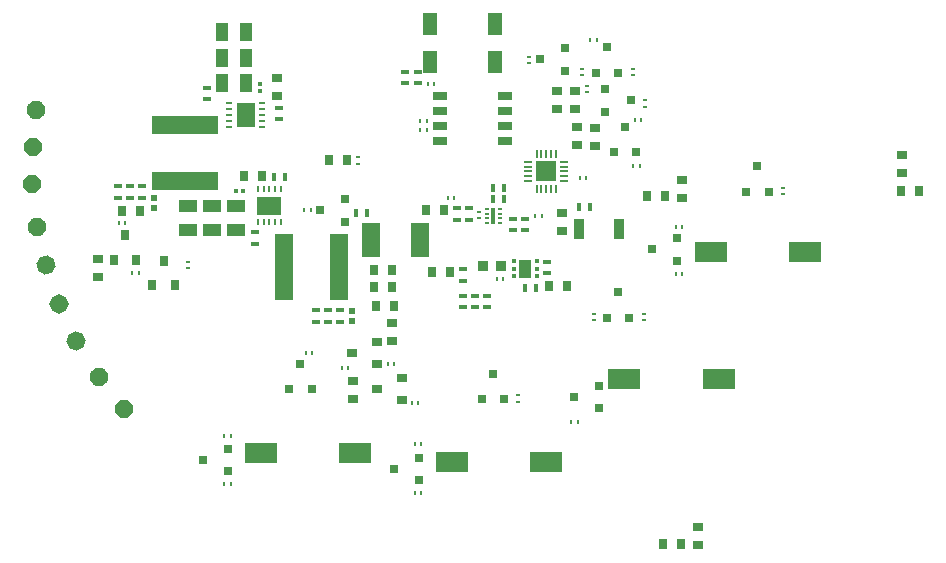
<source format=gbp>
G04*
G04 #@! TF.GenerationSoftware,Altium Limited,Altium Designer,18.1.7 (191)*
G04*
G04 Layer_Color=128*
%FSLAX25Y25*%
%MOIN*%
G70*
G01*
G75*
%ADD24R,0.01800X0.02500*%
%ADD28R,0.03000X0.03500*%
%ADD136R,0.02500X0.01800*%
%ADD447R,0.03500X0.03000*%
%ADD448R,0.08465X0.06299*%
%ADD449R,0.00945X0.02362*%
%ADD450R,0.03150X0.03543*%
%ADD451R,0.03543X0.03150*%
%ADD452R,0.01063X0.01457*%
%ADD453R,0.01457X0.01063*%
%ADD454R,0.11024X0.07087*%
%ADD455R,0.07087X0.07087*%
%ADD456R,0.00787X0.03150*%
%ADD457R,0.03150X0.00787*%
%ADD458P,0.06494X8X217.5*%
%ADD459R,0.03150X0.03150*%
%ADD460R,0.03150X0.03150*%
%ADD461R,0.00984X0.01181*%
%ADD462R,0.01181X0.00984*%
%ADD463R,0.03228X0.06772*%
%ADD464R,0.03543X0.03819*%
%ADD465R,0.02598X0.01614*%
%ADD466R,0.05906X0.11811*%
%ADD467R,0.01732X0.05669*%
%ADD468R,0.01457X0.01102*%
%ADD469R,0.04724X0.03150*%
%ADD470R,0.05118X0.07480*%
%ADD471R,0.22441X0.06299*%
%ADD472R,0.02362X0.01968*%
%ADD473R,0.06299X0.22441*%
%ADD474R,0.02362X0.00945*%
%ADD475R,0.06299X0.08465*%
%ADD476R,0.01181X0.01181*%
%ADD477R,0.06000X0.04000*%
%ADD478R,0.04000X0.06000*%
%ADD479P,0.06494X8X192.5*%
%ADD480P,0.06494X8X244.5*%
%ADD481P,0.06494X8X212.5*%
%ADD482P,0.06494X8X204.5*%
%ADD483P,0.06494X8X224.5*%
%ADD484P,0.06494X8X231.5*%
%ADD485P,0.06494X8X237.5*%
%ADD486P,0.06494X8X202.5*%
%ADD487R,0.01181X0.01181*%
%ADD488R,0.01772X0.01181*%
%ADD489R,0.03937X0.06299*%
D24*
X-41250Y-3410D02*
D03*
X-37550D02*
D03*
X46150Y-40261D02*
D03*
X42450D02*
D03*
X60350Y-13161D02*
D03*
X64050D02*
D03*
X35423Y-10661D02*
D03*
X31723D02*
D03*
Y-6861D02*
D03*
X35423D02*
D03*
X-14100Y-15461D02*
D03*
X-10400D02*
D03*
D28*
X-45400Y-2910D02*
D03*
X-51400D02*
D03*
X-86100Y-14511D02*
D03*
X-92100D02*
D03*
X88400Y-125761D02*
D03*
X94400D02*
D03*
X88900Y-9761D02*
D03*
X82900D02*
D03*
X173700Y-7961D02*
D03*
X167700D02*
D03*
X50300Y-39661D02*
D03*
X56300D02*
D03*
X11400Y-34873D02*
D03*
X17400D02*
D03*
X9200Y-14261D02*
D03*
X15200D02*
D03*
X-1300Y-46400D02*
D03*
X-7300D02*
D03*
X-8000Y-40061D02*
D03*
X-2000D02*
D03*
X-8000Y-34261D02*
D03*
X-2000D02*
D03*
X-17100Y2339D02*
D03*
X-23100D02*
D03*
D136*
X-19367Y-51511D02*
D03*
Y-47811D02*
D03*
X42500Y-17361D02*
D03*
Y-21061D02*
D03*
X25800Y-46811D02*
D03*
Y-43111D02*
D03*
X29800Y-46811D02*
D03*
Y-43111D02*
D03*
X-23333Y-47811D02*
D03*
Y-51511D02*
D03*
X49800Y-35311D02*
D03*
Y-31611D02*
D03*
X6511Y27907D02*
D03*
Y31607D02*
D03*
X23600Y-17511D02*
D03*
Y-13811D02*
D03*
X-93400Y-6461D02*
D03*
Y-10161D02*
D03*
X-89400Y-6461D02*
D03*
Y-10161D02*
D03*
X-27300Y-51511D02*
D03*
Y-47811D02*
D03*
X-47800Y-21811D02*
D03*
Y-25511D02*
D03*
X-63750Y22590D02*
D03*
Y26290D02*
D03*
X-39750Y15889D02*
D03*
Y19589D02*
D03*
X38500Y-21061D02*
D03*
Y-17361D02*
D03*
X2322Y31607D02*
D03*
Y27907D02*
D03*
X19600Y-13811D02*
D03*
Y-17511D02*
D03*
X21800Y-43111D02*
D03*
Y-46811D02*
D03*
X-85400Y-10161D02*
D03*
Y-6461D02*
D03*
D447*
X65700Y13139D02*
D03*
Y7139D02*
D03*
X-14900Y-71200D02*
D03*
Y-77200D02*
D03*
X100000Y-125961D02*
D03*
Y-119961D02*
D03*
X94600Y-10161D02*
D03*
Y-4161D02*
D03*
X167900Y4039D02*
D03*
Y-1961D02*
D03*
X58900Y19489D02*
D03*
Y25489D02*
D03*
X53100Y19489D02*
D03*
Y25489D02*
D03*
X59600Y7239D02*
D03*
Y13239D02*
D03*
X54700Y-15211D02*
D03*
Y-21211D02*
D03*
X-100100Y-36700D02*
D03*
Y-30700D02*
D03*
X-2000Y-52061D02*
D03*
Y-58061D02*
D03*
X-40250Y29840D02*
D03*
Y23840D02*
D03*
D448*
X-42837Y-12922D02*
D03*
D449*
X-38900Y-7410D02*
D03*
X-40868D02*
D03*
X-42837D02*
D03*
X-44805D02*
D03*
X-38900Y-18434D02*
D03*
X-46774Y-7410D02*
D03*
Y-18434D02*
D03*
X-44805D02*
D03*
X-42837D02*
D03*
X-40868D02*
D03*
D450*
X-74360Y-39434D02*
D03*
X-81840D02*
D03*
X-78100Y-31166D02*
D03*
X-87160Y-31034D02*
D03*
X-94640D02*
D03*
X-90900Y-22766D02*
D03*
D451*
X1334Y-70253D02*
D03*
Y-77733D02*
D03*
X-6934Y-73993D02*
D03*
X-7013Y-58160D02*
D03*
Y-65640D02*
D03*
X-15280Y-61900D02*
D03*
D452*
X-16535Y-66900D02*
D03*
X-18700D02*
D03*
X-90917Y-18700D02*
D03*
X-93083D02*
D03*
X-3483Y-65600D02*
D03*
X-1317D02*
D03*
X-88565Y-35200D02*
D03*
X-86400D02*
D03*
X6757Y-78793D02*
D03*
X4592D02*
D03*
X-55760Y-105761D02*
D03*
X-57926D02*
D03*
X-55760Y-89561D02*
D03*
X-57926D02*
D03*
X7840Y-108661D02*
D03*
X5674D02*
D03*
X5674Y-92161D02*
D03*
X7840D02*
D03*
X64117Y42339D02*
D03*
X66283D02*
D03*
X81065Y15639D02*
D03*
X78900D02*
D03*
X80600Y239D02*
D03*
X78435D02*
D03*
X60517Y-3761D02*
D03*
X62683D02*
D03*
X92617Y-19861D02*
D03*
X94783D02*
D03*
X94783Y-35561D02*
D03*
X92617D02*
D03*
X35050Y-37228D02*
D03*
X32885D02*
D03*
X9564Y12289D02*
D03*
X7399D02*
D03*
X9564Y15289D02*
D03*
X7399D02*
D03*
X-31183Y-14161D02*
D03*
X-29017D02*
D03*
D453*
X-70100Y-31617D02*
D03*
Y-33783D02*
D03*
X43800Y36839D02*
D03*
Y34674D02*
D03*
X61400Y32745D02*
D03*
Y30579D02*
D03*
X78500Y32745D02*
D03*
Y30579D02*
D03*
X82500Y20056D02*
D03*
Y22222D02*
D03*
X63000Y25007D02*
D03*
Y27172D02*
D03*
X81900Y-48978D02*
D03*
Y-51144D02*
D03*
X65300Y-51144D02*
D03*
Y-48978D02*
D03*
X27000Y-17065D02*
D03*
Y-14900D02*
D03*
X-13200Y1056D02*
D03*
Y3222D02*
D03*
D454*
X17852Y-98261D02*
D03*
X49348D02*
D03*
D03*
D03*
X-14252Y-95261D02*
D03*
D03*
D03*
X-45748D02*
D03*
X106948Y-70661D02*
D03*
D03*
D03*
X75452D02*
D03*
X104200Y-28261D02*
D03*
X135696D02*
D03*
D03*
D03*
D455*
X49400Y-1411D02*
D03*
D456*
X52550Y-7316D02*
D03*
X50975D02*
D03*
X49400D02*
D03*
X47825D02*
D03*
X46250D02*
D03*
Y4495D02*
D03*
X47825D02*
D03*
X49400D02*
D03*
X50975D02*
D03*
X52550D02*
D03*
D457*
X43494Y-4560D02*
D03*
Y-2985D02*
D03*
Y-1411D02*
D03*
Y164D02*
D03*
Y1739D02*
D03*
X55305D02*
D03*
Y164D02*
D03*
Y-1411D02*
D03*
Y-2985D02*
D03*
Y-4560D02*
D03*
D458*
X-117400Y-32761D02*
D03*
D459*
X-56668Y-93920D02*
D03*
Y-101401D02*
D03*
X-65132Y-97660D02*
D03*
X7032Y-96920D02*
D03*
Y-104401D02*
D03*
X-1432Y-100660D02*
D03*
X55700Y39602D02*
D03*
Y32122D02*
D03*
X47235Y35862D02*
D03*
X69168Y18449D02*
D03*
Y25929D02*
D03*
X77632Y22189D02*
D03*
X93100Y-23681D02*
D03*
Y-31161D02*
D03*
X84635Y-27421D02*
D03*
X67075Y-72920D02*
D03*
Y-80401D02*
D03*
X58611Y-76660D02*
D03*
X-17668Y-10720D02*
D03*
Y-18201D02*
D03*
X-26132Y-14460D02*
D03*
D460*
X-28759Y-73993D02*
D03*
X-36239D02*
D03*
X-32499Y-65529D02*
D03*
X123541Y-8193D02*
D03*
X116060D02*
D03*
X119801Y271D02*
D03*
X73480Y31487D02*
D03*
X66000D02*
D03*
X69740Y39951D02*
D03*
X79341Y4857D02*
D03*
X71860D02*
D03*
X75601Y13322D02*
D03*
X35341Y-77293D02*
D03*
X27861D02*
D03*
X31601Y-68829D02*
D03*
X77041Y-50236D02*
D03*
X69560D02*
D03*
X73301Y-41772D02*
D03*
D461*
X-30700Y-61900D02*
D03*
X-28535D02*
D03*
X57703Y-85061D02*
D03*
X59869D02*
D03*
X45717Y-16161D02*
D03*
X47883D02*
D03*
X16535Y-10300D02*
D03*
X18700D02*
D03*
X9917Y27557D02*
D03*
X12083D02*
D03*
D462*
X128500Y-6936D02*
D03*
Y-9101D02*
D03*
X40000Y-76035D02*
D03*
Y-78201D02*
D03*
D463*
X73693Y-20611D02*
D03*
X60307D02*
D03*
D464*
X28309Y-32961D02*
D03*
X34491D02*
D03*
D465*
X21800Y-37949D02*
D03*
Y-33973D02*
D03*
D466*
X-8871Y-24261D02*
D03*
X7271D02*
D03*
D467*
X31833Y-16274D02*
D03*
D468*
X29766Y-13911D02*
D03*
Y-15486D02*
D03*
Y-17061D02*
D03*
Y-18636D02*
D03*
X33900D02*
D03*
Y-17061D02*
D03*
Y-15486D02*
D03*
Y-13911D02*
D03*
D469*
X35582Y23789D02*
D03*
Y18789D02*
D03*
Y13789D02*
D03*
Y8788D02*
D03*
X13928D02*
D03*
Y13789D02*
D03*
Y18789D02*
D03*
Y23789D02*
D03*
D470*
X32353Y47537D02*
D03*
Y34939D02*
D03*
X10700D02*
D03*
Y47537D02*
D03*
D471*
X-71100Y13989D02*
D03*
Y-4515D02*
D03*
D472*
X-81300Y-13700D02*
D03*
Y-10157D02*
D03*
X-15400Y-51425D02*
D03*
Y-47881D02*
D03*
D473*
X-38152Y-33410D02*
D03*
X-19648D02*
D03*
D474*
X-56262Y15471D02*
D03*
Y17440D02*
D03*
Y19408D02*
D03*
Y21377D02*
D03*
X-45238D02*
D03*
X-56262Y13503D02*
D03*
X-45238Y19408D02*
D03*
Y17440D02*
D03*
Y15471D02*
D03*
Y13503D02*
D03*
D475*
X-50750Y17440D02*
D03*
D476*
X-45900Y27621D02*
D03*
Y25259D02*
D03*
D477*
X-69900Y-12910D02*
D03*
Y-20910D02*
D03*
X-61900Y-12910D02*
D03*
Y-20910D02*
D03*
X-53900Y-12910D02*
D03*
Y-20910D02*
D03*
D478*
X-50750Y27940D02*
D03*
X-58750D02*
D03*
X-50750Y36440D02*
D03*
X-58750D02*
D03*
X-50750Y44940D02*
D03*
X-58750D02*
D03*
D479*
X-120500Y18939D02*
D03*
D480*
X-91400Y-80661D02*
D03*
D481*
X-120400Y-19961D02*
D03*
D482*
X-121900Y-5761D02*
D03*
D483*
X-113000Y-45761D02*
D03*
D484*
X-107200Y-57961D02*
D03*
D485*
X-99600Y-70061D02*
D03*
D486*
X-121800Y6739D02*
D03*
D487*
X-51719Y-7910D02*
D03*
X-54081D02*
D03*
D488*
X38561Y-31269D02*
D03*
Y-33828D02*
D03*
Y-36387D02*
D03*
X46239D02*
D03*
Y-33828D02*
D03*
Y-31269D02*
D03*
D489*
X42400Y-33828D02*
D03*
M02*

</source>
